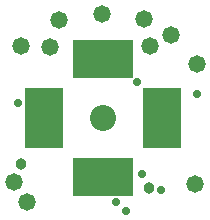
<source format=gbs>
G04 Layer_Color=16711935*
%FSLAX25Y25*%
%MOIN*%
G70*
G01*
G75*
%ADD31C,0.08674*%
%ADD32C,0.02800*%
%ADD33C,0.03800*%
%ADD34C,0.05800*%
%ADD35R,0.12611X0.20485*%
%ADD36R,0.20485X0.12611*%
D31*
X44815Y43000D02*
D03*
D32*
X57750Y24250D02*
D03*
X16500Y48000D02*
D03*
X52500Y12000D02*
D03*
X64000Y19000D02*
D03*
X49000Y14693D02*
D03*
X76000Y51000D02*
D03*
X56224Y55000D02*
D03*
D33*
X60000Y19500D02*
D03*
X17500Y27500D02*
D03*
D34*
X15000Y21500D02*
D03*
X19500Y15000D02*
D03*
X76000Y61000D02*
D03*
X67500Y70500D02*
D03*
X75500Y21000D02*
D03*
X27000Y66500D02*
D03*
X60500Y67000D02*
D03*
X44500Y77500D02*
D03*
X17500Y67000D02*
D03*
X58500Y76000D02*
D03*
X30000Y75500D02*
D03*
D35*
X64500Y43000D02*
D03*
X25130D02*
D03*
D36*
X44815Y62685D02*
D03*
Y23315D02*
D03*
M02*

</source>
